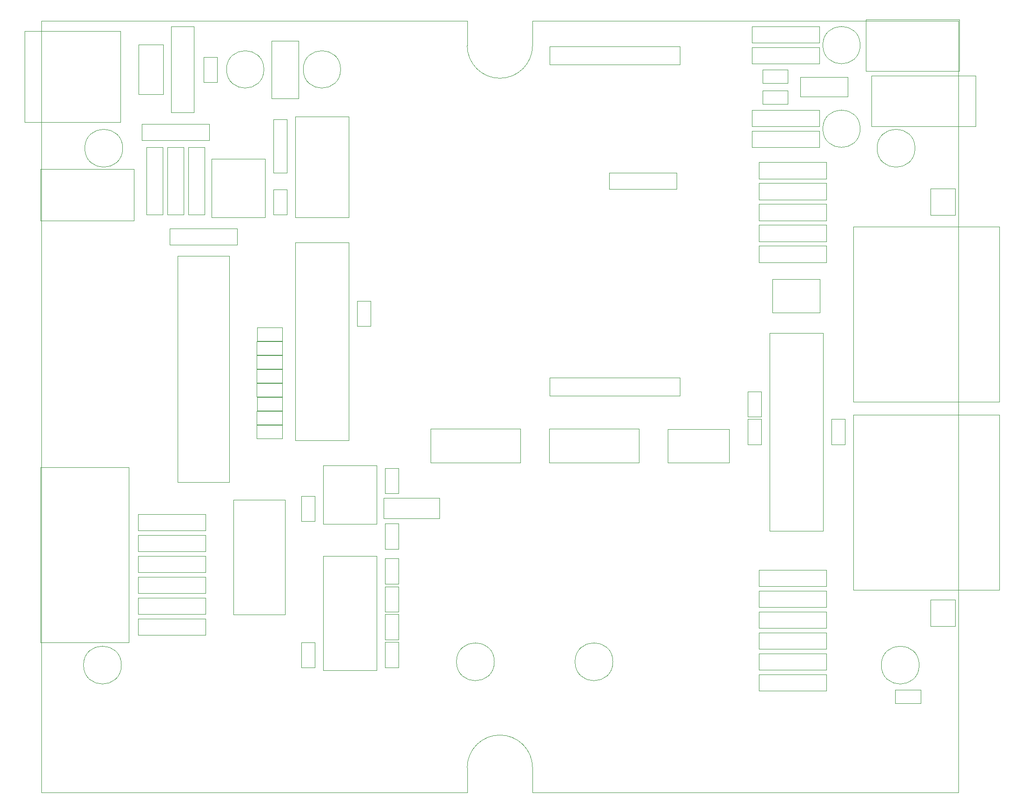
<source format=gbr>
G04 #@! TF.GenerationSoftware,KiCad,Pcbnew,5.0.1-33cea8e~67~ubuntu18.04.1*
G04 #@! TF.CreationDate,2020-01-20T06:57:41+00:00*
G04 #@! TF.ProjectId,neotron-32,6E656F74726F6E2D33322E6B69636164,[v1.2.1]*
G04 #@! TF.SameCoordinates,Original*
G04 #@! TF.FileFunction,Other,User*
%FSLAX46Y46*%
G04 Gerber Fmt 4.6, Leading zero omitted, Abs format (unit mm)*
G04 Created by KiCad (PCBNEW 5.0.1-33cea8e~67~ubuntu18.04.1) date Mon Jan 20 06:57:41 2020*
%MOMM*%
%LPD*%
G01*
G04 APERTURE LIST*
%ADD10C,0.050000*%
%ADD11C,0.100000*%
G04 APERTURE END LIST*
D10*
X160266000Y-158450000D02*
X237766000Y-158450000D01*
X148366000Y-158450000D02*
X148366000Y-158450000D01*
X160266000Y-153920000D02*
X160266000Y-158450000D01*
X148366000Y-153920000D02*
X148366000Y-158450000D01*
X160266000Y-153920000D02*
G75*
G03X148366000Y-153920000I-5950000J0D01*
G01*
X160266000Y-17780000D02*
X237766000Y-17780000D01*
X160266000Y-22310000D02*
X160266000Y-17780000D01*
X148366000Y-22310000D02*
X148366000Y-17780000D01*
X160266000Y-22310000D02*
G75*
G02X148366000Y-22310000I-5950000J0D01*
G01*
X237766000Y-17780000D02*
X237766000Y-158450000D01*
X70866000Y-158450000D02*
X148366000Y-158450000D01*
X70866000Y-17780000D02*
X148366000Y-17780000D01*
X70866000Y-17780000D02*
X70866000Y-158450000D01*
G04 #@! TO.C,F1*
X93045000Y-22170000D02*
X93045000Y-31170000D01*
X93045000Y-22170000D02*
X88545000Y-22170000D01*
X88545000Y-31170000D02*
X93045000Y-31170000D01*
X88545000Y-31170000D02*
X88545000Y-22170000D01*
G04 #@! TO.C,J3*
X196090000Y-98320000D02*
X184890000Y-98320000D01*
X196090000Y-92220000D02*
X196090000Y-98320000D01*
X184890000Y-92220000D02*
X196090000Y-92220000D01*
X184890000Y-98320000D02*
X184890000Y-92220000D01*
G04 #@! TO.C,J11*
X95650000Y-60690000D02*
X105010000Y-60690000D01*
X95650000Y-101870000D02*
X95650000Y-60690000D01*
X105010000Y-101870000D02*
X95650000Y-101870000D01*
X105010000Y-60690000D02*
X105010000Y-101870000D01*
G04 #@! TO.C,R2*
X213775000Y-117880000D02*
X201515000Y-117880000D01*
X213775000Y-120880000D02*
X213775000Y-117880000D01*
X201515000Y-120880000D02*
X213775000Y-120880000D01*
X201515000Y-117880000D02*
X201515000Y-120880000D01*
G04 #@! TO.C,H6*
X174900000Y-134620000D02*
G75*
G03X174900000Y-134620000I-3450000J0D01*
G01*
G04 #@! TO.C,H5*
X153310000Y-134620000D02*
G75*
G03X153310000Y-134620000I-3450000J0D01*
G01*
D11*
G04 #@! TO.C,SW2*
X237940000Y-26945000D02*
X220940000Y-26945000D01*
X220940000Y-26945000D02*
X220940000Y-17545000D01*
X220940000Y-17545000D02*
X237940000Y-17545000D01*
X237940000Y-17545000D02*
X237940000Y-26945000D01*
D10*
G04 #@! TO.C,R4*
X213775000Y-43585000D02*
X201515000Y-43585000D01*
X213775000Y-46585000D02*
X213775000Y-43585000D01*
X201515000Y-46585000D02*
X213775000Y-46585000D01*
X201515000Y-43585000D02*
X201515000Y-46585000D01*
G04 #@! TO.C,D4*
X237200000Y-53230000D02*
X237200000Y-48380000D01*
X232700000Y-53230000D02*
X237200000Y-53230000D01*
X232700000Y-48380000D02*
X232700000Y-53230000D01*
X237200000Y-48380000D02*
X232700000Y-48380000D01*
D11*
G04 #@! TO.C,SW1*
X70710000Y-44850000D02*
X87710000Y-44850000D01*
X87710000Y-44850000D02*
X87710000Y-54250000D01*
X87710000Y-54250000D02*
X70710000Y-54250000D01*
X70710000Y-54250000D02*
X70710000Y-44850000D01*
D10*
G04 #@! TO.C,J18*
X105810000Y-105140000D02*
X115170000Y-105140000D01*
X105810000Y-126000000D02*
X105810000Y-105140000D01*
X115170000Y-126000000D02*
X105810000Y-126000000D01*
X115170000Y-105140000D02*
X115170000Y-126000000D01*
G04 #@! TO.C,J17*
X86750000Y-131100000D02*
X86750000Y-99200000D01*
X70700000Y-131100000D02*
X86750000Y-131100000D01*
X70700000Y-99200000D02*
X70700000Y-131100000D01*
X86750000Y-99200000D02*
X70700000Y-99200000D01*
G04 #@! TO.C,J13*
X218680000Y-55360000D02*
X218680000Y-87260000D01*
X245280000Y-55360000D02*
X218680000Y-55360000D01*
X245280000Y-87260000D02*
X245280000Y-55360000D01*
X218680000Y-87260000D02*
X245280000Y-87260000D01*
G04 #@! TO.C,J14*
X218680000Y-121525000D02*
X245280000Y-121525000D01*
X245280000Y-121525000D02*
X245280000Y-89625000D01*
X245280000Y-89625000D02*
X218680000Y-89625000D01*
X218680000Y-89625000D02*
X218680000Y-121525000D01*
G04 #@! TO.C,U5*
X117030000Y-94260000D02*
X126830000Y-94260000D01*
X117030000Y-58160000D02*
X117030000Y-94260000D01*
X126830000Y-58160000D02*
X117030000Y-58160000D01*
X126830000Y-94260000D02*
X126830000Y-58160000D01*
G04 #@! TO.C,J1*
X158010000Y-98330000D02*
X158010000Y-92180000D01*
X141710000Y-98330000D02*
X158010000Y-98330000D01*
X141710000Y-92180000D02*
X141710000Y-98330000D01*
X158010000Y-92180000D02*
X141710000Y-92180000D01*
G04 #@! TO.C,R6*
X92940000Y-53120000D02*
X92940000Y-40860000D01*
X89940000Y-53120000D02*
X92940000Y-53120000D01*
X89940000Y-40860000D02*
X89940000Y-53120000D01*
X92940000Y-40860000D02*
X89940000Y-40860000D01*
G04 #@! TO.C,R16*
X201515000Y-136120000D02*
X213775000Y-136120000D01*
X201515000Y-133120000D02*
X201515000Y-136120000D01*
X213775000Y-133120000D02*
X201515000Y-133120000D01*
X213775000Y-136120000D02*
X213775000Y-133120000D01*
G04 #@! TO.C,U6*
X203390000Y-110770000D02*
X213190000Y-110770000D01*
X203390000Y-74670000D02*
X203390000Y-110770000D01*
X213190000Y-74670000D02*
X203390000Y-74670000D01*
X213190000Y-110770000D02*
X213190000Y-74670000D01*
G04 #@! TO.C,R28*
X213775000Y-47395000D02*
X201515000Y-47395000D01*
X213775000Y-50395000D02*
X213775000Y-47395000D01*
X201515000Y-50395000D02*
X213775000Y-50395000D01*
X201515000Y-47395000D02*
X201515000Y-50395000D01*
G04 #@! TO.C,R27*
X88485000Y-114530000D02*
X100745000Y-114530000D01*
X88485000Y-111530000D02*
X88485000Y-114530000D01*
X100745000Y-111530000D02*
X88485000Y-111530000D01*
X100745000Y-114530000D02*
X100745000Y-111530000D01*
G04 #@! TO.C,R26*
X88485000Y-110720000D02*
X100745000Y-110720000D01*
X88485000Y-107720000D02*
X88485000Y-110720000D01*
X100745000Y-107720000D02*
X88485000Y-107720000D01*
X100745000Y-110720000D02*
X100745000Y-107720000D01*
G04 #@! TO.C,R25*
X88485000Y-129770000D02*
X100745000Y-129770000D01*
X88485000Y-126770000D02*
X88485000Y-129770000D01*
X100745000Y-126770000D02*
X88485000Y-126770000D01*
X100745000Y-129770000D02*
X100745000Y-126770000D01*
G04 #@! TO.C,R24*
X100745000Y-115340000D02*
X88485000Y-115340000D01*
X100745000Y-118340000D02*
X100745000Y-115340000D01*
X88485000Y-118340000D02*
X100745000Y-118340000D01*
X88485000Y-115340000D02*
X88485000Y-118340000D01*
G04 #@! TO.C,R23*
X100745000Y-119150000D02*
X88485000Y-119150000D01*
X100745000Y-122150000D02*
X100745000Y-119150000D01*
X88485000Y-122150000D02*
X100745000Y-122150000D01*
X88485000Y-119150000D02*
X88485000Y-122150000D01*
G04 #@! TO.C,R22*
X100745000Y-122960000D02*
X88485000Y-122960000D01*
X100745000Y-125960000D02*
X100745000Y-122960000D01*
X88485000Y-125960000D02*
X100745000Y-125960000D01*
X88485000Y-122960000D02*
X88485000Y-125960000D01*
G04 #@! TO.C,R21*
X201515000Y-61825000D02*
X213775000Y-61825000D01*
X201515000Y-58825000D02*
X201515000Y-61825000D01*
X213775000Y-58825000D02*
X201515000Y-58825000D01*
X213775000Y-61825000D02*
X213775000Y-58825000D01*
G04 #@! TO.C,R20*
X201515000Y-54205000D02*
X213775000Y-54205000D01*
X201515000Y-51205000D02*
X201515000Y-54205000D01*
X213775000Y-51205000D02*
X201515000Y-51205000D01*
X213775000Y-54205000D02*
X213775000Y-51205000D01*
G04 #@! TO.C,R19*
X201515000Y-58015000D02*
X213775000Y-58015000D01*
X201515000Y-55015000D02*
X201515000Y-58015000D01*
X213775000Y-55015000D02*
X201515000Y-55015000D01*
X213775000Y-58015000D02*
X213775000Y-55015000D01*
G04 #@! TO.C,R18*
X201515000Y-139930000D02*
X213775000Y-139930000D01*
X201515000Y-136930000D02*
X201515000Y-139930000D01*
X213775000Y-136930000D02*
X201515000Y-136930000D01*
X213775000Y-139930000D02*
X213775000Y-136930000D01*
G04 #@! TO.C,R17*
X201515000Y-132310000D02*
X213775000Y-132310000D01*
X201515000Y-129310000D02*
X201515000Y-132310000D01*
X213775000Y-129310000D02*
X201515000Y-129310000D01*
X213775000Y-132310000D02*
X213775000Y-129310000D01*
G04 #@! TO.C,R15*
X201515000Y-128500000D02*
X213775000Y-128500000D01*
X201515000Y-125500000D02*
X201515000Y-128500000D01*
X213775000Y-125500000D02*
X201515000Y-125500000D01*
X213775000Y-128500000D02*
X213775000Y-125500000D01*
G04 #@! TO.C,R14*
X89120000Y-39600000D02*
X101380000Y-39600000D01*
X89120000Y-36600000D02*
X89120000Y-39600000D01*
X101380000Y-36600000D02*
X89120000Y-36600000D01*
X101380000Y-39600000D02*
X101380000Y-36600000D01*
G04 #@! TO.C,R13*
X200245000Y-37060000D02*
X212505000Y-37060000D01*
X200245000Y-34060000D02*
X200245000Y-37060000D01*
X212505000Y-34060000D02*
X200245000Y-34060000D01*
X212505000Y-37060000D02*
X212505000Y-34060000D01*
G04 #@! TO.C,R12*
X200245000Y-25630000D02*
X212505000Y-25630000D01*
X200245000Y-22630000D02*
X200245000Y-25630000D01*
X212505000Y-22630000D02*
X200245000Y-22630000D01*
X212505000Y-25630000D02*
X212505000Y-22630000D01*
G04 #@! TO.C,R11*
X200245000Y-40870000D02*
X212505000Y-40870000D01*
X200245000Y-37870000D02*
X200245000Y-40870000D01*
X212505000Y-37870000D02*
X200245000Y-37870000D01*
X212505000Y-40870000D02*
X212505000Y-37870000D01*
G04 #@! TO.C,R10*
X200245000Y-21820000D02*
X212505000Y-21820000D01*
X200245000Y-18820000D02*
X200245000Y-21820000D01*
X212505000Y-18820000D02*
X200245000Y-18820000D01*
X212505000Y-21820000D02*
X212505000Y-18820000D01*
G04 #@! TO.C,R9*
X186470000Y-45490000D02*
X174210000Y-45490000D01*
X186470000Y-48490000D02*
X186470000Y-45490000D01*
X174210000Y-48490000D02*
X186470000Y-48490000D01*
X174210000Y-45490000D02*
X174210000Y-48490000D01*
G04 #@! TO.C,R8*
X100560000Y-53120000D02*
X100560000Y-40860000D01*
X97560000Y-53120000D02*
X100560000Y-53120000D01*
X97560000Y-40860000D02*
X97560000Y-53120000D01*
X100560000Y-40860000D02*
X97560000Y-40860000D01*
G04 #@! TO.C,R5*
X96750000Y-53120000D02*
X96750000Y-40860000D01*
X93750000Y-53120000D02*
X96750000Y-53120000D01*
X93750000Y-40860000D02*
X93750000Y-53120000D01*
X96750000Y-40860000D02*
X93750000Y-40860000D01*
G04 #@! TO.C,R3*
X106460000Y-55650000D02*
X94200000Y-55650000D01*
X106460000Y-58650000D02*
X106460000Y-55650000D01*
X94200000Y-58650000D02*
X106460000Y-58650000D01*
X94200000Y-55650000D02*
X94200000Y-58650000D01*
G04 #@! TO.C,R1*
X213775000Y-121690000D02*
X201515000Y-121690000D01*
X213775000Y-124690000D02*
X213775000Y-121690000D01*
X201515000Y-124690000D02*
X213775000Y-124690000D01*
X201515000Y-121690000D02*
X201515000Y-124690000D01*
G04 #@! TO.C,C8*
X125320000Y-26650000D02*
G75*
G03X125320000Y-26650000I-3400000J0D01*
G01*
G04 #@! TO.C,C6*
X111350000Y-26650000D02*
G75*
G03X111350000Y-26650000I-3400000J0D01*
G01*
G04 #@! TO.C,C5*
X219915000Y-37465000D02*
G75*
G03X219915000Y-37465000I-3400000J0D01*
G01*
G04 #@! TO.C,C4*
X219915000Y-22225000D02*
G75*
G03X219915000Y-22225000I-3400000J0D01*
G01*
G04 #@! TO.C,U3*
X101790000Y-53620000D02*
X111590000Y-53620000D01*
X101790000Y-42920000D02*
X101790000Y-53620000D01*
X111590000Y-42920000D02*
X101790000Y-42920000D01*
X111590000Y-53620000D02*
X111590000Y-42920000D01*
G04 #@! TO.C,Y1*
X133185000Y-104764000D02*
X133185000Y-108464000D01*
X143285000Y-104764000D02*
X133185000Y-104764000D01*
X143285000Y-108464000D02*
X143285000Y-104764000D01*
X133185000Y-108464000D02*
X143285000Y-108464000D01*
G04 #@! TO.C,U8*
X122110000Y-136170000D02*
X131910000Y-136170000D01*
X122110000Y-115320000D02*
X122110000Y-136170000D01*
X131910000Y-115320000D02*
X122110000Y-115320000D01*
X131910000Y-136170000D02*
X131910000Y-115320000D01*
G04 #@! TO.C,U7*
X122110000Y-109500000D02*
X131910000Y-109500000D01*
X122110000Y-98800000D02*
X122110000Y-109500000D01*
X131910000Y-98800000D02*
X122110000Y-98800000D01*
X131910000Y-109500000D02*
X131910000Y-98800000D01*
G04 #@! TO.C,U4*
X117700000Y-31920000D02*
X117700000Y-21420000D01*
X112790000Y-31920000D02*
X117700000Y-31920000D01*
X112790000Y-21420000D02*
X112790000Y-31920000D01*
X117700000Y-21420000D02*
X112790000Y-21420000D01*
G04 #@! TO.C,U2*
X117030000Y-53620000D02*
X126830000Y-53620000D01*
X117030000Y-35270000D02*
X117030000Y-53620000D01*
X126830000Y-35270000D02*
X117030000Y-35270000D01*
X126830000Y-53620000D02*
X126830000Y-35270000D01*
G04 #@! TO.C,RN2*
X163370000Y-25780000D02*
X187120000Y-25780000D01*
X163370000Y-22480000D02*
X163370000Y-25780000D01*
X187120000Y-22480000D02*
X163370000Y-22480000D01*
X187120000Y-25780000D02*
X187120000Y-22480000D01*
G04 #@! TO.C,RN1*
X163370000Y-86105000D02*
X187120000Y-86105000D01*
X163370000Y-82805000D02*
X163370000Y-86105000D01*
X187120000Y-82805000D02*
X163370000Y-82805000D01*
X187120000Y-86105000D02*
X187120000Y-82805000D01*
G04 #@! TO.C,J12*
X203940000Y-64865000D02*
X203940000Y-71015000D01*
X212590000Y-64865000D02*
X203940000Y-64865000D01*
X212590000Y-71015000D02*
X212590000Y-64865000D01*
X203940000Y-71015000D02*
X212590000Y-71015000D01*
G04 #@! TO.C,J9*
X67770000Y-36230000D02*
X85270000Y-36230000D01*
X67770000Y-19690000D02*
X67770000Y-36230000D01*
X85270000Y-19690000D02*
X67770000Y-19690000D01*
X85270000Y-36230000D02*
X85270000Y-19690000D01*
G04 #@! TO.C,J8*
X209020000Y-28045000D02*
X209020000Y-31645000D01*
X217670000Y-28045000D02*
X209020000Y-28045000D01*
X217670000Y-31645000D02*
X217670000Y-28045000D01*
X209020000Y-31645000D02*
X217670000Y-31645000D01*
G04 #@! TO.C,J7*
X240930000Y-36990000D02*
X240930000Y-27790000D01*
X221930000Y-36990000D02*
X240930000Y-36990000D01*
X221930000Y-27790000D02*
X221930000Y-36990000D01*
X240930000Y-27790000D02*
X221930000Y-27790000D01*
G04 #@! TO.C,J2*
X179600000Y-92180000D02*
X163300000Y-92180000D01*
X163300000Y-92180000D02*
X163300000Y-98330000D01*
X163300000Y-98330000D02*
X179600000Y-98330000D01*
X179600000Y-98330000D02*
X179600000Y-92180000D01*
G04 #@! TO.C,H4*
X229896000Y-41020000D02*
G75*
G03X229896000Y-41020000I-3450000J0D01*
G01*
G04 #@! TO.C,H3*
X85410000Y-135220000D02*
G75*
G03X85410000Y-135220000I-3450000J0D01*
G01*
G04 #@! TO.C,H2*
X85646000Y-41020000D02*
G75*
G03X85646000Y-41020000I-3450000J0D01*
G01*
G04 #@! TO.C,H1*
X230660000Y-135220000D02*
G75*
G03X230660000Y-135220000I-3450000J0D01*
G01*
G04 #@! TO.C,D3*
X232700000Y-123300000D02*
X232700000Y-128150000D01*
X237200000Y-123300000D02*
X232700000Y-123300000D01*
X237200000Y-128150000D02*
X237200000Y-123300000D01*
X232700000Y-128150000D02*
X237200000Y-128150000D01*
G04 #@! TO.C,D2*
X94470000Y-18870000D02*
X94470000Y-34470000D01*
X98570000Y-18870000D02*
X94470000Y-18870000D01*
X98570000Y-34470000D02*
X98570000Y-18870000D01*
X94470000Y-34470000D02*
X98570000Y-34470000D01*
G04 #@! TO.C,D1*
X113050000Y-35780000D02*
X113050000Y-45500000D01*
X115550000Y-35780000D02*
X113050000Y-35780000D01*
X115550000Y-45500000D02*
X115550000Y-35780000D01*
X113050000Y-45500000D02*
X115550000Y-45500000D01*
G04 #@! TO.C,C29*
X199410000Y-85350000D02*
X199410000Y-89950000D01*
X201910000Y-85350000D02*
X199410000Y-85350000D01*
X201910000Y-89950000D02*
X201910000Y-85350000D01*
X199410000Y-89950000D02*
X201910000Y-89950000D01*
G04 #@! TO.C,C28*
X135870000Y-130550000D02*
X135870000Y-125950000D01*
X133370000Y-130550000D02*
X135870000Y-130550000D01*
X133370000Y-125950000D02*
X133370000Y-130550000D01*
X135870000Y-125950000D02*
X133370000Y-125950000D01*
G04 #@! TO.C,C27*
X135870000Y-120390000D02*
X135870000Y-115790000D01*
X133370000Y-120390000D02*
X135870000Y-120390000D01*
X133370000Y-115790000D02*
X133370000Y-120390000D01*
X135870000Y-115790000D02*
X133370000Y-115790000D01*
G04 #@! TO.C,C26*
X133370000Y-120910000D02*
X133370000Y-125510000D01*
X135870000Y-120910000D02*
X133370000Y-120910000D01*
X135870000Y-125510000D02*
X135870000Y-120910000D01*
X133370000Y-125510000D02*
X135870000Y-125510000D01*
G04 #@! TO.C,C25*
X135870000Y-135630000D02*
X135870000Y-131030000D01*
X133370000Y-135630000D02*
X135870000Y-135630000D01*
X133370000Y-131030000D02*
X133370000Y-135630000D01*
X135870000Y-131030000D02*
X133370000Y-131030000D01*
G04 #@! TO.C,C24*
X120630000Y-135670000D02*
X120630000Y-131070000D01*
X118130000Y-135670000D02*
X120630000Y-135670000D01*
X118130000Y-131070000D02*
X118130000Y-135670000D01*
X120630000Y-131070000D02*
X118130000Y-131070000D01*
G04 #@! TO.C,C23*
X118130000Y-104400000D02*
X118130000Y-109000000D01*
X120630000Y-104400000D02*
X118130000Y-104400000D01*
X120630000Y-109000000D02*
X120630000Y-104400000D01*
X118130000Y-109000000D02*
X120630000Y-109000000D01*
G04 #@! TO.C,C22*
X133370000Y-99320000D02*
X133370000Y-103920000D01*
X135870000Y-99320000D02*
X133370000Y-99320000D01*
X135870000Y-103920000D02*
X135870000Y-99320000D01*
X133370000Y-103920000D02*
X135870000Y-103920000D01*
G04 #@! TO.C,C21*
X133370000Y-109440000D02*
X133370000Y-114040000D01*
X135870000Y-109440000D02*
X133370000Y-109440000D01*
X135870000Y-114040000D02*
X135870000Y-109440000D01*
X133370000Y-114040000D02*
X135870000Y-114040000D01*
G04 #@! TO.C,C20*
X199410000Y-90390000D02*
X199410000Y-94990000D01*
X201910000Y-90390000D02*
X199410000Y-90390000D01*
X201910000Y-94990000D02*
X201910000Y-90390000D01*
X199410000Y-94990000D02*
X201910000Y-94990000D01*
G04 #@! TO.C,C19*
X214650000Y-90390000D02*
X214650000Y-94990000D01*
X217150000Y-90390000D02*
X214650000Y-90390000D01*
X217150000Y-94990000D02*
X217150000Y-90390000D01*
X214650000Y-94990000D02*
X217150000Y-94990000D01*
G04 #@! TO.C,C18*
X114675000Y-91460000D02*
X110075000Y-91460000D01*
X114675000Y-93960000D02*
X114675000Y-91460000D01*
X110075000Y-93960000D02*
X114675000Y-93960000D01*
X110075000Y-91460000D02*
X110075000Y-93960000D01*
G04 #@! TO.C,C17*
X114675000Y-88920000D02*
X110075000Y-88920000D01*
X114675000Y-91420000D02*
X114675000Y-88920000D01*
X110075000Y-91420000D02*
X114675000Y-91420000D01*
X110075000Y-88920000D02*
X110075000Y-91420000D01*
G04 #@! TO.C,C16*
X114715000Y-86380000D02*
X110115000Y-86380000D01*
X114715000Y-88880000D02*
X114715000Y-86380000D01*
X110115000Y-88880000D02*
X114715000Y-88880000D01*
X110115000Y-86380000D02*
X110115000Y-88880000D01*
G04 #@! TO.C,C15*
X114675000Y-83840000D02*
X110075000Y-83840000D01*
X114675000Y-86340000D02*
X114675000Y-83840000D01*
X110075000Y-86340000D02*
X114675000Y-86340000D01*
X110075000Y-83840000D02*
X110075000Y-86340000D01*
G04 #@! TO.C,C14*
X114675000Y-81300000D02*
X110075000Y-81300000D01*
X114675000Y-83800000D02*
X114675000Y-81300000D01*
X110075000Y-83800000D02*
X114675000Y-83800000D01*
X110075000Y-81300000D02*
X110075000Y-83800000D01*
G04 #@! TO.C,C13*
X114675000Y-78760000D02*
X110075000Y-78760000D01*
X114675000Y-81260000D02*
X114675000Y-78760000D01*
X110075000Y-81260000D02*
X114675000Y-81260000D01*
X110075000Y-78760000D02*
X110075000Y-81260000D01*
G04 #@! TO.C,C12*
X114675000Y-76220000D02*
X110075000Y-76220000D01*
X114675000Y-78720000D02*
X114675000Y-76220000D01*
X110075000Y-78720000D02*
X114675000Y-78720000D01*
X110075000Y-76220000D02*
X110075000Y-78720000D01*
G04 #@! TO.C,C11*
X114715000Y-73680000D02*
X110115000Y-73680000D01*
X114715000Y-76180000D02*
X114715000Y-73680000D01*
X110115000Y-76180000D02*
X114715000Y-76180000D01*
X110115000Y-73680000D02*
X110115000Y-76180000D01*
G04 #@! TO.C,C10*
X128290000Y-68840000D02*
X128290000Y-73440000D01*
X130790000Y-68840000D02*
X128290000Y-68840000D01*
X130790000Y-73440000D02*
X130790000Y-68840000D01*
X128290000Y-73440000D02*
X130790000Y-73440000D01*
G04 #@! TO.C,C9*
X230920000Y-139720000D02*
X226320000Y-139720000D01*
X230920000Y-142220000D02*
X230920000Y-139720000D01*
X226320000Y-142220000D02*
X230920000Y-142220000D01*
X226320000Y-139720000D02*
X226320000Y-142220000D01*
G04 #@! TO.C,C7*
X100350000Y-24390000D02*
X100350000Y-28990000D01*
X102850000Y-24390000D02*
X100350000Y-24390000D01*
X102850000Y-28990000D02*
X102850000Y-24390000D01*
X100350000Y-28990000D02*
X102850000Y-28990000D01*
G04 #@! TO.C,C3*
X206750000Y-30500000D02*
X202150000Y-30500000D01*
X206750000Y-33000000D02*
X206750000Y-30500000D01*
X202150000Y-33000000D02*
X206750000Y-33000000D01*
X202150000Y-30500000D02*
X202150000Y-33000000D01*
G04 #@! TO.C,C2*
X206750000Y-26690000D02*
X202150000Y-26690000D01*
X206750000Y-29190000D02*
X206750000Y-26690000D01*
X202150000Y-29190000D02*
X206750000Y-29190000D01*
X202150000Y-26690000D02*
X202150000Y-29190000D01*
G04 #@! TO.C,C1*
X113050000Y-48520000D02*
X113050000Y-53120000D01*
X115550000Y-48520000D02*
X113050000Y-48520000D01*
X115550000Y-53120000D02*
X115550000Y-48520000D01*
X113050000Y-53120000D02*
X115550000Y-53120000D01*
G04 #@! TD*
M02*

</source>
